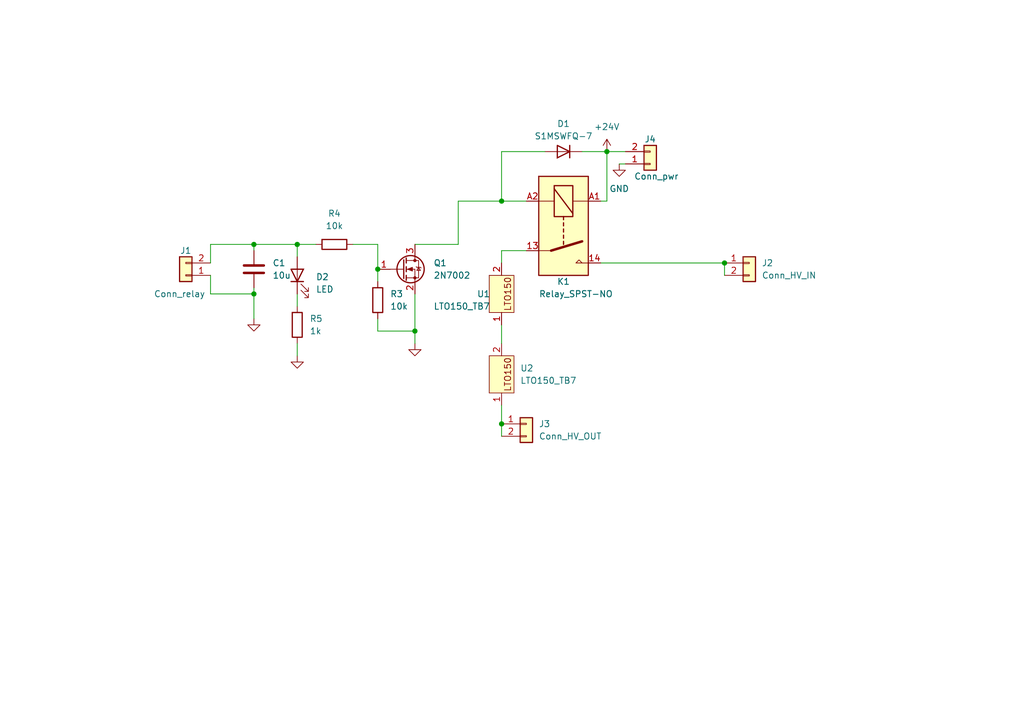
<source format=kicad_sch>
(kicad_sch (version 20230121) (generator eeschema)
  (paper "A5")
  (title_block (title "miniAIR") (date "2025-03-12") (company "NCKU Formula Racing"))
  (lib_symbols
    (symbol "Connector_Generic:Conn_01x02" (pin_names (offset 1.016) hide)
      (property "Reference" "J" (at 0 2.54 0))
      (property "Value" "Conn_01x02" (at 0 -5.08 0))
      (symbol "Conn_01x02_1_1"
        (rectangle (start -1.27 -2.413) (end 0 -2.667) (stroke (width 0.1524)))
        (rectangle (start -1.27 0.127) (end 0 -0.127) (stroke (width 0.1524)))
        (rectangle (start -1.27 1.27) (end 1.27 -3.81) (stroke (width 0.254)) (fill (type background)))
        (pin passive line (at -5.08 0 0) (length 3.81) (name "Pin_1") (number "1"))
        (pin passive line (at -5.08 -2.54 0) (length 3.81) (name "Pin_2") (number "2"))
      )
    )
    (symbol "Device:C" (pin_numbers hide) (pin_names (offset 0.254))
      (property "Reference" "C" (at 0.635 2.54 0))
      (property "Value" "C" (at 0.635 -2.54 0))
      (symbol "C_0_1"
        (polyline (pts (xy -2.032 -0.762) (xy 2.032 -0.762)) (stroke (width 0.508)))
        (polyline (pts (xy -2.032 0.762) (xy 2.032 0.762)) (stroke (width 0.508)))
      )
      (symbol "C_1_1"
        (pin passive line (at 0 3.81 270) (length 2.794) (name "~") (number "1"))
        (pin passive line (at 0 -3.81 90) (length 2.794) (name "~") (number "2"))
      )
    )
    (symbol "Device:D" (pin_numbers hide) (pin_names (offset 1.016) hide)
      (property "Reference" "D" (at 0 2.54 0))
      (property "Value" "D" (at 0 -2.54 0))
      (symbol "D_0_1"
        (polyline (pts (xy -1.27 1.27) (xy -1.27 -1.27)) (stroke (width 0.254)))
        (polyline (pts (xy 1.27 0) (xy -1.27 0)))
        (polyline (pts (xy 1.27 1.27) (xy 1.27 -1.27) (xy -1.27 0) (xy 1.27 1.27)) (stroke (width 0.254)))
      )
      (symbol "D_1_1"
        (pin passive line (at -3.81 0 0) (length 2.54) (name "K") (number "1"))
        (pin passive line (at 3.81 0 180) (length 2.54) (name "A") (number "2"))
      )
    )
    (symbol "Device:LED" (pin_numbers hide) (pin_names (offset 1.016) hide)
      (property "Reference" "D" (at 0 2.54 0))
      (property "Value" "LED" (at 0 -2.54 0))
      (symbol "LED_0_1"
        (polyline (pts (xy -1.27 -1.27) (xy -1.27 1.27)) (stroke (width 0.254)))
        (polyline (pts (xy -1.27 0) (xy 1.27 0)))
        (polyline (pts (xy 1.27 -1.27) (xy 1.27 1.27) (xy -1.27 0) (xy 1.27 -1.27)) (stroke (width 0.254)))
        (polyline (pts (xy -3.048 -0.762) (xy -4.572 -2.286) (xy -3.81 -2.286) (xy -4.572 -2.286) (xy -4.572 -1.524)))
        (polyline (pts (xy -1.778 -0.762) (xy -3.302 -2.286) (xy -2.54 -2.286) (xy -3.302 -2.286) (xy -3.302 -1.524)))
      )
      (symbol "LED_1_1"
        (pin passive line (at -3.81 0 0) (length 2.54) (name "K") (number "1"))
        (pin passive line (at 3.81 0 180) (length 2.54) (name "A") (number "2"))
      )
    )
    (symbol "Device:R" (pin_numbers hide) (pin_names (offset 0))
      (property "Reference" "R" (at 2.032 0 90))
      (property "Value" "R" (at 0 0 90))
      (symbol "R_0_1"
        (rectangle (start -1.016 -2.54) (end 1.016 2.54) (stroke (width 0.254)))
      )
      (symbol "R_1_1"
        (pin passive line (at 0 3.81 270) (length 1.27) (name "~") (number "1"))
        (pin passive line (at 0 -3.81 90) (length 1.27) (name "~") (number "2"))
      )
    )
    (symbol "LTO150_TB7_1"
      (property "Reference" "U1" (at 0 5.08 90))
      (property "Value" "LTO150_TB7" (at -2.54 13.97 90))
      (symbol "LTO150_TB7_1_0_0"
        (pin passive line (at -6.35 0 0) (length 2.54) (name "") (number "1"))
        (pin passive line (at 6.35 0 180) (length 2.54) (name "") (number "2"))
      )
      (symbol "LTO150_TB7_1_1_1"
        (rectangle (start -3.81 2.54) (end 3.81 -2.54) (fill (type background)))
        (text "LTO150\n" (at 0 -1.27 0) (effects (font (size 1.27 1.27))))
      )
    )
    (symbol "Relay:Relay_SPST-NO"
      (property "Reference" "K" (at 11.43 3.81 0))
      (property "Value" "Relay_SPST-NO" (at 11.43 1.27 0))
      (symbol "Relay_SPST-NO_0_0"
        (polyline (pts (xy 7.62 5.08) (xy 7.62 2.54) (xy 6.985 3.175) (xy 7.62 3.81)))
      )
      (symbol "Relay_SPST-NO_0_1"
        (rectangle (start -10.16 5.08) (end 10.16 -5.08) (stroke (width 0.254)) (fill (type background)))
        (rectangle (start -8.255 1.905) (end -1.905 -1.905) (stroke (width 0.254)))
        (polyline (pts (xy -7.62 -1.905) (xy -2.54 1.905)) (stroke (width 0.254)))
        (polyline (pts (xy -5.08 -5.08) (xy -5.08 -1.905)))
        (polyline (pts (xy -5.08 5.08) (xy -5.08 1.905)))
        (polyline (pts (xy -1.905 0) (xy -1.27 0)) (stroke (width 0.254)))
        (polyline (pts (xy -0.635 0) (xy 0 0)) (stroke (width 0.254)))
        (polyline (pts (xy 0.635 0) (xy 1.27 0)) (stroke (width 0.254)))
        (polyline (pts (xy 1.905 0) (xy 2.54 0)) (stroke (width 0.254)))
        (polyline (pts (xy 3.175 0) (xy 3.81 0)) (stroke (width 0.254)))
        (polyline (pts (xy 5.08 -2.54) (xy 3.175 3.81)) (stroke (width 0.508)))
        (polyline (pts (xy 5.08 -2.54) (xy 5.08 -5.08)))
      )
      (symbol "Relay_SPST-NO_1_1"
        (pin passive line (at 5.08 -7.62 90) (length 2.54) (name "~") (number "13"))
        (pin passive line (at 7.62 7.62 270) (length 2.54) (name "~") (number "14"))
        (pin passive line (at -5.08 7.62 270) (length 2.54) (name "~") (number "A1"))
        (pin passive line (at -5.08 -7.62 90) (length 2.54) (name "~") (number "A2"))
      )
    )
    (symbol "Transistor_FET:2N7002" (pin_names hide)
      (property "Reference" "Q" (at 5.08 1.905 0))
      (property "Value" "2N7002" (at 5.08 0 0))
      (symbol "2N7002_0_1"
        (polyline (pts (xy 0.254 0) (xy -2.54 0)))
        (polyline (pts (xy 0.254 1.905) (xy 0.254 -1.905)) (stroke (width 0.254)))
        (polyline (pts (xy 0.762 -1.27) (xy 0.762 -2.286)) (stroke (width 0.254)))
        (polyline (pts (xy 0.762 0.508) (xy 0.762 -0.508)) (stroke (width 0.254)))
        (polyline (pts (xy 0.762 2.286) (xy 0.762 1.27)) (stroke (width 0.254)))
        (polyline (pts (xy 2.54 2.54) (xy 2.54 1.778)))
        (polyline (pts (xy 2.54 -2.54) (xy 2.54 0) (xy 0.762 0)))
        (polyline (pts (xy 0.762 -1.778) (xy 3.302 -1.778) (xy 3.302 1.778) (xy 0.762 1.778)))
        (polyline (pts (xy 1.016 0) (xy 2.032 0.381) (xy 2.032 -0.381) (xy 1.016 0)) (fill (type outline)))
        (polyline (pts (xy 2.794 0.508) (xy 2.921 0.381) (xy 3.683 0.381) (xy 3.81 0.254)))
        (polyline (pts (xy 3.302 0.381) (xy 2.921 -0.254) (xy 3.683 -0.254) (xy 3.302 0.381)))
        (circle (center 1.651 0) (radius 2.794) (stroke (width 0.254)))
        (circle (center 2.54 -1.778) (radius 0.254) (fill (type outline)))
        (circle (center 2.54 1.778) (radius 0.254) (fill (type outline)))
      )
      (symbol "2N7002_1_1"
        (pin input line (at -5.08 0 0) (length 2.54) (name "G") (number "1"))
        (pin passive line (at 2.54 -5.08 90) (length 2.54) (name "S") (number "2"))
        (pin passive line (at 2.54 5.08 270) (length 2.54) (name "D") (number "3"))
      )
    )
    (symbol "custom_Library:LTO150_TB7"
      (property "Reference" "U" (at -5.08 6.35 0))
      (property "Value" "LTO150_TB7" (at 0 3.81 0))
      (symbol "LTO150_TB7_0_0"
        (pin passive line (at -6.35 0 0) (length 2.54) (name "") (number "1"))
        (pin passive line (at 6.35 0 180) (length 2.54) (name "") (number "2"))
      )
      (symbol "LTO150_TB7_1_1"
        (rectangle (start -3.81 2.54) (end 3.81 -2.54) (fill (type background)))
        (text "LTO150\n" (at 0 -1.27 0) (effects (font (size 1.27 1.27))))
      )
    )
    (symbol "power:+24V" (power) (pin_names (offset 0))
      (property "Value" "+24V" (at 0 3.556 0))
      (symbol "+24V_0_1"
        (polyline (pts (xy -0.762 1.27) (xy 0 2.54)))
        (polyline (pts (xy 0 0) (xy 0 2.54)))
        (polyline (pts (xy 0 2.54) (xy 0.762 1.27)))
      )
      (symbol "+24V_1_1"
        (pin power_in line (at 0 0 90) (length 0) hide (name "+24V") (number "1"))
      )
    )
    (symbol "power:GND" (power) (pin_names (offset 0))
      (property "Value" "GND" (at 0 -3.81 0))
      (symbol "GND_0_1"
        (polyline (pts (xy 0 0) (xy 0 -1.27) (xy 1.27 -1.27) (xy 0 -2.54) (xy -1.27 -1.27) (xy 0 -1.27)))
      )
      (symbol "GND_1_1"
        (pin power_in line (at 0 0 270) (length 0) hide (name "GND") (number "1"))
      )
    )
  )
  (junction (at 85.09 67.945))
  (junction (at 102.87 41.275))
  (junction (at 124.46 31.115))
  (junction (at 102.87 86.995))
  (junction (at 60.96 50.165))
  (junction (at 77.47 55.245))
  (junction (at 52.07 50.165))
  (junction (at 148.59 53.975))
  (junction (at 52.07 60.325))
  (wire (pts (xy 124.46 31.115) (xy 128.27 31.115)))
  (wire (pts (xy 60.96 50.165) (xy 64.77 50.165)))
  (wire (pts (xy 72.39 50.165) (xy 77.47 50.165)))
  (wire (pts (xy 85.09 67.945) (xy 85.09 70.485)))
  (wire (pts (xy 52.07 60.325) (xy 52.07 65.405)))
  (wire (pts (xy 93.98 41.275) (xy 93.98 50.165)))
  (wire (pts (xy 102.87 51.435) (xy 107.95 51.435)))
  (wire (pts (xy 102.87 86.995) (xy 102.87 83.185)))
  (wire (pts (xy 43.18 60.325) (xy 52.07 60.325)))
  (wire (pts (xy 123.19 41.275) (xy 124.46 41.275)))
  (wire (pts (xy 124.46 31.115) (xy 124.46 41.275)))
  (wire (pts (xy 102.87 31.115) (xy 102.87 41.275)))
  (wire (pts (xy 77.47 67.945) (xy 85.09 67.945)))
  (wire (pts (xy 60.96 52.705) (xy 60.96 50.165)))
  (wire (pts (xy 123.19 53.975) (xy 148.59 53.975)))
  (wire (pts (xy 77.47 65.405) (xy 77.47 67.945)))
  (wire (pts (xy 148.59 53.975) (xy 148.59 56.515)))
  (wire (pts (xy 102.87 41.275) (xy 107.95 41.275)))
  (wire (pts (xy 111.76 31.115) (xy 102.87 31.115)))
  (wire (pts (xy 60.96 50.165) (xy 52.07 50.165)))
  (wire (pts (xy 102.87 66.675) (xy 102.87 70.485)))
  (wire (pts (xy 43.18 50.165) (xy 52.07 50.165)))
  (wire (pts (xy 102.87 53.975) (xy 102.87 51.435)))
  (wire (pts (xy 93.98 41.275) (xy 102.87 41.275)))
  (wire (pts (xy 60.96 60.325) (xy 60.96 62.865)))
  (wire (pts (xy 77.47 55.245) (xy 77.47 57.785)))
  (wire (pts (xy 77.47 50.165) (xy 77.47 55.245)))
  (wire (pts (xy 85.09 60.325) (xy 85.09 67.945)))
  (wire (pts (xy 43.18 53.975) (xy 43.18 50.165)))
  (wire (pts (xy 60.96 70.485) (xy 60.96 73.025)))
  (wire (pts (xy 102.87 86.995) (xy 102.87 89.535)))
  (wire (pts (xy 52.07 59.055) (xy 52.07 60.325)))
  (wire (pts (xy 128.27 33.655) (xy 127 33.655)))
  (wire (pts (xy 85.09 50.165) (xy 93.98 50.165)))
  (wire (pts (xy 43.18 56.515) (xy 43.18 60.325)))
  (wire (pts (xy 52.07 50.165) (xy 52.07 51.435)))
  (wire (pts (xy 119.38 31.115) (xy 124.46 31.115)))
  (symbol (lib_id "Device:R") (at 77.47 61.595 0) (unit 1)
    (property "Reference" "R3" (at 80.01 60.325 0) (effects (justify left)))
    (property "Value" "10k" (at 80.01 62.865 0) (effects (justify left)))
    (property "Footprint" "Resistor_SMD:R_0603_1608Metric" (effects hide))
  )
  (symbol (lib_id "Connector_Generic:Conn_01x02") (at 153.67 53.975 0) (unit 1)
    (property "Reference" "J2" (at 156.21 53.975 0) (effects (justify left)))
    (property "Value" "Conn_HV_IN" (at 156.21 56.515 0) (effects (justify left)))
    (property "Footprint" "Connector_Molex:Molex_Micro-Fit_3.0_43650-0200_1x02_P3.00mm_Horizontal" (effects hide))
  )
  (symbol (lib_id "Transistor_FET:2N7002") (at 82.55 55.245 0) (unit 1)
    (property "Reference" "Q1" (at 88.9 53.975 0) (effects (justify left)))
    (property "Value" "2N7002" (at 88.9 56.515 0) (effects (justify left)))
    (property "Footprint" "Package_TO_SOT_SMD:SOT-23" (effects hide))
    (property "Datasheet" "https://www.onsemi.com/pub/Collateral/NDS7002A-D.PDF" (effects hide))
  )
  (symbol (lib_id "power:+24V") (at 124.46 31.115 0) (unit 1)
    (property "Reference" "#PWR06" (effects hide))
    (property "Value" "+24V" (at 124.46 26.035 0))
  )
  (symbol (lib_id "custom_Library:LTO150_TB7") (at 102.87 76.835 90) (unit 1)
    (property "Reference" "U2" (at 106.68 75.565 90) (effects (justify right)))
    (property "Value" "LTO150_TB7" (at 106.68 78.105 90) (effects (justify right)))
    (property "Footprint" "Library:LTO150-TB7" (effects hide))
  )
  (symbol (lib_id "power:GND") (at 127 33.655 0) (unit 1)
    (property "Reference" "#PWR01" (effects hide))
    (property "Value" "GND" (at 127 38.735 0))
  )
  (symbol (lib_id "Device:C") (at 52.07 55.245 0) (unit 1)
    (property "Reference" "C1" (at 55.88 53.975 0) (effects (justify left)))
    (property "Value" "10u" (at 55.88 56.515 0) (effects (justify left)))
    (property "Footprint" "Capacitor_SMD:C_0805_2012Metric" (effects hide))
  )
  (symbol (lib_id "Connector_Generic:Conn_01x02") (at 107.95 86.995 0) (unit 1)
    (property "Reference" "J3" (at 110.49 86.995 0) (effects (justify left)))
    (property "Value" "Conn_HV_OUT" (at 110.49 89.535 0) (effects (justify left)))
    (property "Footprint" "Connector_Molex:Molex_Micro-Fit_3.0_43650-0200_1x02_P3.00mm_Horizontal" (effects hide))
  )
  (symbol (lib_name "LTO150_TB7_1") (lib_id "custom_Library:LTO150_TB7") (at 102.87 60.325 90) (unit 1)
    (property "Reference" "U1" (at 97.79 60.325 90) (effects (justify right)))
    (property "Value" "LTO150_TB7" (at 88.9 62.865 90) (effects (justify right)))
    (property "Footprint" "Library:LTO150-TB7" (effects hide))
  )
  (symbol (lib_id "Device:LED") (at 60.96 56.515 90) (unit 1)
    (property "Reference" "D2" (at 64.77 56.8325 90) (effects (justify right)))
    (property "Value" "LED" (at 64.77 59.3725 90) (effects (justify right)))
    (property "Footprint" "LED_SMD:LED_0805_2012Metric" (effects hide))
  )
  (symbol (lib_id "power:GND") (at 85.09 70.485 0) (unit 1)
    (property "Reference" "#PWR02" (effects hide))
    (property "Value" "GND" (effects hide))
  )
  (symbol (lib_id "power:GND") (at 52.07 65.405 0) (unit 1)
    (property "Reference" "#PWR04" (effects hide))
    (property "Value" "GND" (effects hide))
  )
  (symbol (lib_id "Connector_Generic:Conn_01x02") (at 133.35 33.655 0) (mirror x) (unit 1)
    (property "Reference" "J4" (at 133.35 28.575 0))
    (property "Value" "Conn_pwr" (at 134.62 36.195 0))
    (property "Footprint" "Connector_JST:JST_XH_B2B-XH-A_1x02_P2.50mm_Vertical" (effects hide))
  )
  (symbol (lib_id "Device:R") (at 68.58 50.165 90) (unit 1)
    (property "Reference" "R4" (at 68.58 43.815 90))
    (property "Value" "10k" (at 68.58 46.355 90))
    (property "Footprint" "Resistor_SMD:R_0603_1608Metric" (effects hide))
  )
  (symbol (lib_id "Device:D") (at 115.57 31.115 180) (unit 1)
    (property "Reference" "D1" (at 115.57 25.4 0))
    (property "Value" "S1MSWFQ-7" (at 115.57 27.94 0))
    (property "Footprint" "Diode_SMD:D_SOD-123F" (effects hide))
    (property "Sim.Device" "D" (effects hide))
    (property "Sim.Pins" "1=K 2=A" (effects hide))
  )
  (symbol (lib_id "Relay:Relay_SPST-NO") (at 115.57 46.355 270) (unit 1)
    (property "Reference" "K1" (at 115.57 57.785 90))
    (property "Value" "Relay_SPST-NO" (at 118.11 60.325 90))
    (property "Footprint" "Library:KT24-1A-40L-THT" (effects hide))
  )
  (symbol (lib_id "Connector_Generic:Conn_01x02") (at 38.1 56.515 180) (unit 1)
    (property "Reference" "J1" (at 38.1 51.435 0))
    (property "Value" "Conn_relay" (at 36.83 60.325 0))
    (property "Footprint" "Connector_JST:JST_XH_B2B-XH-A_1x02_P2.50mm_Vertical" (effects hide))
  )
  (symbol (lib_id "Device:R") (at 60.96 66.675 0) (unit 1)
    (property "Reference" "R5" (at 63.5 65.405 0) (effects (justify left)))
    (property "Value" "1k" (at 63.5 67.945 0) (effects (justify left)))
    (property "Footprint" "Resistor_SMD:R_0603_1608Metric" (effects hide))
  )
  (symbol (lib_id "power:GND") (at 60.96 73.025 0) (unit 1)
    (property "Reference" "#PWR03" (effects hide))
    (property "Value" "GND" (effects hide))
  )
)
</source>
